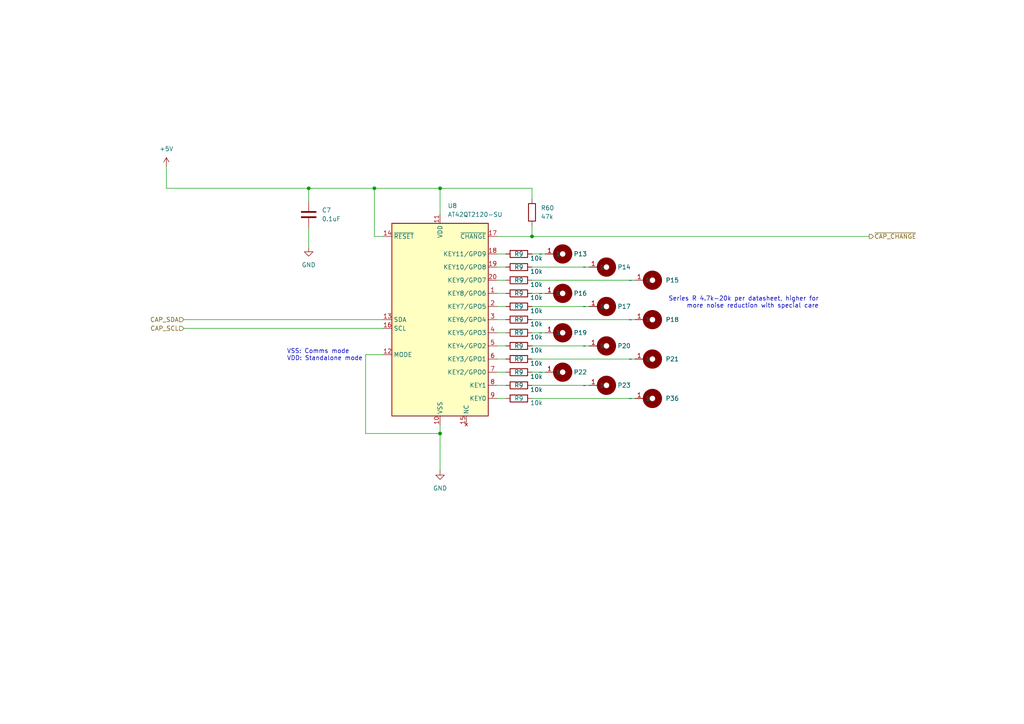
<source format=kicad_sch>
(kicad_sch (version 20230121) (generator eeschema)
  (paper "A4")
  (lib_symbols
    (symbol "Device:C" (pin_numbers hide) (pin_names (offset 0.254))
      (property "Reference" "C" (at 0.635 2.54 0))
      (property "Value" "C" (at 0.635 -2.54 0))
      (symbol "C_0_1"
        (polyline (pts (xy -2.032 -0.762) (xy 2.032 -0.762)) (stroke (width 0.508)))
        (polyline (pts (xy -2.032 0.762) (xy 2.032 0.762)) (stroke (width 0.508)))
      )
      (symbol "C_1_1"
        (pin passive line (at 0 3.81 270) (length 2.794) (name "~") (number "1"))
        (pin passive line (at 0 -3.81 90) (length 2.794) (name "~") (number "2"))
      )
    )
    (symbol "Device:R" (pin_numbers hide) (pin_names (offset 0))
      (property "Reference" "R" (at 2.032 0 90))
      (property "Value" "R" (at 0 0 90))
      (symbol "R_0_1"
        (rectangle (start -1.016 -2.54) (end 1.016 2.54) (stroke (width 0.254)))
      )
      (symbol "R_1_1"
        (pin passive line (at 0 3.81 270) (length 1.27) (name "~") (number "1"))
        (pin passive line (at 0 -3.81 90) (length 1.27) (name "~") (number "2"))
      )
    )
    (symbol "Sensor_Touch:AT42QT2120-SU"
      (property "Reference" "U" (at 10.16 38.1 0))
      (property "Value" "AT42QT2120-SU" (at 15.24 -16.51 0))
      (symbol "AT42QT2120-SU_1_1"
        (rectangle (start 13.97 40.64) (end 41.91 -15.24) (stroke (width 0.254)) (fill (type background)))
        (pin bidirectional line (at 44.45 20.32 180) (length 2.54) (name "KEY8/GPO6") (number "1"))
        (pin power_in line (at 27.94 -17.78 90) (length 2.54) (name "VSS") (number "10"))
        (pin power_in line (at 27.94 43.18 270) (length 2.54) (name "VDD") (number "11"))
        (pin input line (at 11.43 2.54 0) (length 2.54) (name "MODE") (number "12"))
        (pin bidirectional line (at 11.43 12.7 0) (length 2.54) (name "SDA") (number "13"))
        (pin input line (at 11.43 36.83 0) (length 2.54) (name "~{RESET}") (number "14"))
        (pin no_connect line (at 35.56 -17.78 90) (length 2.54) (name "NC") (number "15"))
        (pin bidirectional line (at 11.43 10.16 0) (length 2.54) (name "SCL") (number "16"))
        (pin output line (at 44.45 36.83 180) (length 2.54) (name "~{CHANGE}") (number "17"))
        (pin bidirectional line (at 44.45 31.75 180) (length 2.54) (name "KEY11/GPO9") (number "18"))
        (pin bidirectional line (at 44.45 27.94 180) (length 2.54) (name "KEY10/GPO8") (number "19"))
        (pin bidirectional line (at 44.45 16.51 180) (length 2.54) (name "KEY7/GPO5") (number "2"))
        (pin bidirectional line (at 44.45 24.13 180) (length 2.54) (name "KEY9/GPO7") (number "20"))
        (pin bidirectional line (at 44.45 12.7 180) (length 2.54) (name "KEY6/GPO4") (number "3"))
        (pin bidirectional line (at 44.45 8.89 180) (length 2.54) (name "KEY5/GPO3") (number "4"))
        (pin bidirectional line (at 44.45 5.08 180) (length 2.54) (name "KEY4/GPO2") (number "5"))
        (pin bidirectional line (at 44.45 1.27 180) (length 2.54) (name "KEY3/GPO1") (number "6"))
        (pin bidirectional line (at 44.45 -2.54 180) (length 2.54) (name "KEY2/GPO0") (number "7"))
        (pin bidirectional line (at 44.45 -6.35 180) (length 2.54) (name "KEY1") (number "8"))
        (pin bidirectional line (at 44.45 -10.16 180) (length 2.54) (name "KEY0") (number "9"))
      )
    )
    (symbol "Sensor_Touch:Single_LED_Touch_Key"
      (property "Reference" "P" (at 2.54 3.81 0))
      (symbol "Single_LED_Touch_Key_1_1"
        (circle (center 0 0) (radius 1.7961) (stroke (width 2)))
        (pin bidirectional line (at -5.08 0 0) (length 2.54) (name "1") (number "1"))
      )
    )
    (symbol "power:+5V" (power) (pin_names (offset 0))
      (property "Value" "+5V" (at 0 3.556 0))
      (symbol "+5V_0_1"
        (polyline (pts (xy -0.762 1.27) (xy 0 2.54)))
        (polyline (pts (xy 0 0) (xy 0 2.54)))
        (polyline (pts (xy 0 2.54) (xy 0.762 1.27)))
      )
      (symbol "+5V_1_1"
        (pin power_in line (at 0 0 90) (length 0) hide (name "+5V") (number "1"))
      )
    )
    (symbol "power:GND" (power) (pin_names (offset 0))
      (property "Value" "GND" (at 0 -3.81 0))
      (symbol "GND_0_1"
        (polyline (pts (xy 0 0) (xy 0 -1.27) (xy 1.27 -1.27) (xy 0 -2.54) (xy -1.27 -1.27) (xy 0 -1.27)))
      )
      (symbol "GND_1_1"
        (pin power_in line (at 0 0 270) (length 0) hide (name "GND") (number "1"))
      )
    )
  )
  (junction (at 127.635 54.61))
  (junction (at 127.635 125.73))
  (junction (at 89.535 54.61))
  (junction (at 154.305 68.58))
  (junction (at 108.585 54.61))
  (wire (pts (xy 127.635 62.23) (xy 127.635 54.61)))
  (wire (pts (xy 111.125 68.58) (xy 108.585 68.58)))
  (wire (pts (xy 154.305 107.95) (xy 158.115 107.95)))
  (wire (pts (xy 48.26 54.61) (xy 89.535 54.61)))
  (wire (pts (xy 154.305 73.66) (xy 158.115 73.66)))
  (wire (pts (xy 144.145 68.58) (xy 154.305 68.58)))
  (wire (pts (xy 154.305 115.57) (xy 184.15 115.57)))
  (wire (pts (xy 144.145 107.95) (xy 146.685 107.95)))
  (wire (pts (xy 154.305 88.9) (xy 170.815 88.9)))
  (wire (pts (xy 144.145 96.52) (xy 146.685 96.52)))
  (wire (pts (xy 154.305 65.405) (xy 154.305 68.58)))
  (wire (pts (xy 127.635 125.73) (xy 127.635 136.525)))
  (wire (pts (xy 106.045 102.87) (xy 106.045 125.73)))
  (wire (pts (xy 144.145 115.57) (xy 146.685 115.57)))
  (wire (pts (xy 154.305 81.28) (xy 184.15 81.28)))
  (wire (pts (xy 154.305 68.58) (xy 252.095 68.58)))
  (wire (pts (xy 144.145 73.66) (xy 146.685 73.66)))
  (wire (pts (xy 154.305 77.47) (xy 170.815 77.47)))
  (wire (pts (xy 144.145 104.14) (xy 146.685 104.14)))
  (wire (pts (xy 53.34 92.71) (xy 111.125 92.71)))
  (wire (pts (xy 127.635 123.19) (xy 127.635 125.73)))
  (wire (pts (xy 154.305 111.76) (xy 170.815 111.76)))
  (wire (pts (xy 108.585 54.61) (xy 127.635 54.61)))
  (wire (pts (xy 53.34 95.25) (xy 111.125 95.25)))
  (wire (pts (xy 144.145 92.71) (xy 146.685 92.71)))
  (wire (pts (xy 144.145 100.33) (xy 146.685 100.33)))
  (wire (pts (xy 144.145 111.76) (xy 146.685 111.76)))
  (wire (pts (xy 144.145 88.9) (xy 146.685 88.9)))
  (wire (pts (xy 144.145 77.47) (xy 146.685 77.47)))
  (wire (pts (xy 89.535 54.61) (xy 89.535 58.42)))
  (wire (pts (xy 154.305 85.09) (xy 158.115 85.09)))
  (wire (pts (xy 89.535 66.04) (xy 89.535 71.755)))
  (wire (pts (xy 154.305 54.61) (xy 154.305 57.785)))
  (wire (pts (xy 111.125 102.87) (xy 106.045 102.87)))
  (wire (pts (xy 144.145 85.09) (xy 146.685 85.09)))
  (wire (pts (xy 106.045 125.73) (xy 127.635 125.73)))
  (wire (pts (xy 154.305 96.52) (xy 158.115 96.52)))
  (wire (pts (xy 108.585 68.58) (xy 108.585 54.61)))
  (wire (pts (xy 154.305 100.33) (xy 170.815 100.33)))
  (wire (pts (xy 89.535 54.61) (xy 108.585 54.61)))
  (wire (pts (xy 154.305 104.14) (xy 184.15 104.14)))
  (wire (pts (xy 144.145 81.28) (xy 146.685 81.28)))
  (wire (pts (xy 127.635 54.61) (xy 154.305 54.61)))
  (wire (pts (xy 48.26 48.26) (xy 48.26 54.61)))
  (wire (pts (xy 154.305 92.71) (xy 184.15 92.71)))
  (text "Series R 4.7k-20k per datasheet, higher for\n more noise reduction with special care" (at 237.49 89.535 0) (effects (font (size 1.27 1.27)) (justify right bottom)))
  (text "VSS: Comms mode\nVDD: Standalone mode" (at 83.185 104.775 0) (effects (font (size 1.27 1.27)) (justify left bottom)))
  (hierarchical_label "CAP_SCL" (shape input) (at 53.34 95.25 180))
  (hierarchical_label "CAP_SDA" (shape input) (at 53.34 92.71 180))
  (hierarchical_label "~{CAP_CHANGE}" (shape output) (at 252.095 68.58 0))
  (symbol (lib_id "Sensor_Touch:Single_LED_Touch_Key") (at 189.23 92.71 0) (unit 1)
    (property "Reference" "P18" (at 193.04 92.71 0) (effects (justify left)))
    (property "Value" "~" (at 182.88 92.71 0))
    (property "Footprint" "Button_Switch_SMD:Cap_Touch_Ring_Small" (effects hide))
    (instances (project "button-board" (path "" (reference "P18") (unit 1)) (path "" (reference "P30") (unit 1)) (path "" (reference "P6") (unit 1)) (path "" (reference "P6") (unit 1)) (path "" (reference "P10") (unit 1))))
  )
  (symbol (lib_id "Device:R") (at 150.495 88.9 90) (unit 1)
    (property "Reference" "R9" (at 150.495 88.9 90))
    (property "Value" "10k" (at 155.575 90.17 90))
    (property "Footprint" "Resistor_SMD:R_0603_1608Metric" (effects hide))
    (instances (project "button-board" (path "" (reference "R9") (unit 1)) (path "" (reference "R9") (unit 1)) (path "" (reference "R44") (unit 1)) (path "" (reference "R64") (unit 1)) (path "" (reference "R100") (unit 1)) (path "" (reference "R110") (unit 1))))
  )
  (symbol (lib_id "Sensor_Touch:Single_LED_Touch_Key") (at 163.195 85.09 0) (unit 1)
    (property "Reference" "P16" (at 166.37 85.09 0) (effects (justify left)))
    (property "Value" "~" (at 156.845 85.09 0))
    (property "Footprint" "Button_Switch_SMD:Cap_Touch_Ring_Small" (effects hide))
    (instances (project "button-board" (path "" (reference "P16") (unit 1)) (path "" (reference "P28") (unit 1)) (path "" (reference "P4") (unit 1)) (path "" (reference "P4") (unit 1)) (path "" (reference "P2") (unit 1))))
  )
  (symbol (lib_id "Device:R") (at 150.495 92.71 90) (unit 1)
    (property "Reference" "R9" (at 150.495 92.71 90))
    (property "Value" "10k" (at 155.575 93.98 90))
    (property "Footprint" "Resistor_SMD:R_0603_1608Metric" (effects hide))
    (instances (project "button-board" (path "" (reference "R9") (unit 1)) (path "" (reference "R10") (unit 1)) (path "" (reference "R45") (unit 1)) (path "" (reference "R65") (unit 1)) (path "" (reference "R101") (unit 1)) (path "" (reference "R111") (unit 1))))
  )
  (symbol (lib_id "Device:R") (at 150.495 85.09 90) (unit 1)
    (property "Reference" "R9" (at 150.495 85.09 90))
    (property "Value" "10k" (at 155.575 86.36 90))
    (property "Footprint" "Resistor_SMD:R_0603_1608Metric" (effects hide))
    (instances (project "button-board" (path "" (reference "R9") (unit 1)) (path "" (reference "R8") (unit 1)) (path "" (reference "R43") (unit 1)) (path "" (reference "R50") (unit 1)) (path "" (reference "R99") (unit 1)) (path "" (reference "R109") (unit 1))))
  )
  (symbol (lib_id "Sensor_Touch:Single_LED_Touch_Key") (at 189.23 115.57 0) (unit 1)
    (property "Reference" "P36" (at 193.04 115.57 0) (effects (justify left)))
    (property "Value" "~" (at 182.88 115.57 0))
    (property "Footprint" "Button_Switch_SMD:Cap_Touch_Ring_Medium" (effects hide))
    (instances (project "button-board" (path "" (reference "P36") (unit 1)) (path "" (reference "P24") (unit 1)) (path "" (reference "P12") (unit 1)) (path "" (reference "P12") (unit 1)) (path "" (reference "P12") (unit 1))))
  )
  (symbol (lib_id "Device:R") (at 150.495 107.95 90) (unit 1)
    (property "Reference" "R9" (at 150.495 107.95 90))
    (property "Value" "10k" (at 155.575 109.22 90))
    (property "Footprint" "Resistor_SMD:R_0603_1608Metric" (effects hide))
    (instances (project "button-board" (path "" (reference "R9") (unit 1)) (path "" (reference "R15") (unit 1)) (path "" (reference "R52") (unit 1)) (path "" (reference "R109") (unit 1)) (path "" (reference "R105") (unit 1)) (path "" (reference "R115") (unit 1))))
  )
  (symbol (lib_id "Device:C") (at 89.535 62.23 0) (unit 1)
    (property "Reference" "C7" (at 93.345 60.96 0) (effects (justify left)))
    (property "Value" "0.1uF" (at 93.345 63.5 0) (effects (justify left)))
    (property "Footprint" "Capacitor_SMD:C_0603_1608Metric" (effects hide))
    (instances (project "button-board" (path "" (reference "C7") (unit 1)) (path "" (reference "C11") (unit 1)) (path "" (reference "C15") (unit 1)) (path "" (reference "C17") (unit 1))))
  )
  (symbol (lib_id "Device:R") (at 150.495 104.14 90) (unit 1)
    (property "Reference" "R9" (at 150.495 104.14 90))
    (property "Value" "10k" (at 155.575 105.41 90))
    (property "Footprint" "Resistor_SMD:R_0603_1608Metric" (effects hide))
    (instances (project "button-board" (path "" (reference "R9") (unit 1)) (path "" (reference "R14") (unit 1)) (path "" (reference "R51") (unit 1)) (path "" (reference "R108") (unit 1)) (path "" (reference "R104") (unit 1)) (path "" (reference "R114") (unit 1))))
  )
  (symbol (lib_id "Sensor_Touch:Single_LED_Touch_Key") (at 175.895 88.9 0) (unit 1)
    (property "Reference" "P17" (at 179.07 88.9 0) (effects (justify left)))
    (property "Value" "~" (at 169.545 88.9 0))
    (property "Footprint" "Button_Switch_SMD:Cap_Touch_Ring_Small" (effects hide))
    (instances (project "button-board" (path "" (reference "P17") (unit 1)) (path "" (reference "P29") (unit 1)) (path "" (reference "P5") (unit 1)) (path "" (reference "P5") (unit 1)) (path "" (reference "P6") (unit 1))))
  )
  (symbol (lib_id "Sensor_Touch:Single_LED_Touch_Key") (at 189.23 81.28 0) (unit 1)
    (property "Reference" "P15" (at 193.04 81.28 0) (effects (justify left)))
    (property "Value" "~" (at 182.88 81.28 0))
    (property "Footprint" "Button_Switch_SMD:Cap_Touch_Ring_Small" (effects hide))
    (instances (project "button-board" (path "" (reference "P15") (unit 1)) (path "" (reference "P27") (unit 1)) (path "" (reference "P3") (unit 1)) (path "" (reference "P3") (unit 1)) (path "" (reference "P9") (unit 1))))
  )
  (symbol (lib_id "Device:R") (at 150.495 73.66 90) (unit 1)
    (property "Reference" "R9" (at 150.495 73.66 90))
    (property "Value" "10k" (at 155.575 74.93 90))
    (property "Footprint" "Resistor_SMD:R_0603_1608Metric" (effects hide))
    (instances (project "button-board" (path "" (reference "R9") (unit 1)) (path "" (reference "R5") (unit 1)) (path "" (reference "R32") (unit 1)) (path "" (reference "R1") (unit 1)) (path "" (reference "R96") (unit 1)) (path "" (reference "R106") (unit 1))))
  )
  (symbol (lib_id "Sensor_Touch:Single_LED_Touch_Key") (at 175.895 111.76 0) (unit 1)
    (property "Reference" "P23" (at 179.07 111.76 0) (effects (justify left)))
    (property "Value" "~" (at 169.545 111.76 0))
    (property "Footprint" "Button_Switch_SMD:Cap_Touch_Ring_Medium" (effects hide))
    (instances (project "button-board" (path "" (reference "P23") (unit 1)) (path "" (reference "P35") (unit 1)) (path "" (reference "P11") (unit 1)) (path "" (reference "P11") (unit 1)) (path "" (reference "P8") (unit 1))))
  )
  (symbol (lib_id "Sensor_Touch:Single_LED_Touch_Key") (at 175.895 100.33 0) (unit 1)
    (property "Reference" "P20" (at 179.07 100.33 0) (effects (justify left)))
    (property "Value" "~" (at 169.545 100.33 0))
    (property "Footprint" "Button_Switch_SMD:Cap_Touch_Ring_Medium" (effects hide))
    (instances (project "button-board" (path "" (reference "P20") (unit 1)) (path "" (reference "P32") (unit 1)) (path "" (reference "P8") (unit 1)) (path "" (reference "P8") (unit 1)) (path "" (reference "P7") (unit 1))))
  )
  (symbol (lib_id "Device:R") (at 150.495 111.76 90) (unit 1)
    (property "Reference" "R9" (at 150.495 111.76 90))
    (property "Value" "10k" (at 155.575 113.03 90))
    (property "Footprint" "Resistor_SMD:R_0603_1608Metric" (effects hide))
    (instances (project "button-board" (path "" (reference "R9") (unit 1)) (path "" (reference "R16") (unit 1)) (path "" (reference "R54") (unit 1)) (path "" (reference "R131") (unit 1)) (path "" (reference "R106") (unit 1)) (path "" (reference "R116") (unit 1))))
  )
  (symbol (lib_id "power:GND") (at 127.635 136.525 0) (unit 1)
    (property "Reference" "#PWR07" (effects hide))
    (property "Value" "GND" (at 127.635 141.605 0))
    (instances (project "button-board" (path "" (reference "#PWR07") (unit 1)) (path "" (reference "#PWR011") (unit 1)) (path "" (reference "#PWR04") (unit 1)) (path "" (reference "#PWR030") (unit 1)) (path "" (reference "#PWR018") (unit 1))))
  )
  (symbol (lib_id "Device:R") (at 154.305 61.595 0) (unit 1)
    (property "Reference" "R60" (at 156.845 60.325 0) (effects (justify left)))
    (property "Value" "47k" (at 156.845 62.865 0) (effects (justify left)))
    (property "Footprint" "Resistor_SMD:R_0603_1608Metric" (effects hide))
    (instances (project "button-board" (path "" (reference "R60") (unit 1)) (path "" (reference "R108") (unit 1)) (path "" (reference "R118") (unit 1))))
  )
  (symbol (lib_id "power:GND") (at 89.535 71.755 0) (unit 1)
    (property "Reference" "#PWR07" (effects hide))
    (property "Value" "GND" (at 89.535 76.835 0))
    (instances (project "button-board" (path "" (reference "#PWR07") (unit 1)) (path "" (reference "#PWR011") (unit 1)) (path "" (reference "#PWR04") (unit 1)) (path "" (reference "#PWR041") (unit 1)) (path "" (reference "#PWR018") (unit 1))))
  )
  (symbol (lib_id "Sensor_Touch:Single_LED_Touch_Key") (at 189.23 104.14 0) (unit 1)
    (property "Reference" "P21" (at 193.04 104.14 0) (effects (justify left)))
    (property "Value" "~" (at 182.88 104.14 0))
    (property "Footprint" "Button_Switch_SMD:Cap_Touch_Ring_Medium" (effects hide))
    (instances (project "button-board" (path "" (reference "P21") (unit 1)) (path "" (reference "P33") (unit 1)) (path "" (reference "P9") (unit 1)) (path "" (reference "P9") (unit 1)) (path "" (reference "P11") (unit 1))))
  )
  (symbol (lib_id "Device:R") (at 150.495 81.28 90) (unit 1)
    (property "Reference" "R9" (at 150.495 81.28 90))
    (property "Value" "10k" (at 155.575 82.55 90))
    (property "Footprint" "Resistor_SMD:R_0603_1608Metric" (effects hide))
    (instances (project "button-board" (path "" (reference "R9") (unit 1)) (path "" (reference "R7") (unit 1)) (path "" (reference "R42") (unit 1)) (path "" (reference "R49") (unit 1)) (path "" (reference "R98") (unit 1)) (path "" (reference "R108") (unit 1))))
  )
  (symbol (lib_id "Sensor_Touch:Single_LED_Touch_Key") (at 163.195 73.66 0) (unit 1)
    (property "Reference" "P13" (at 166.37 73.66 0) (effects (justify left)))
    (property "Value" "~" (at 156.845 73.66 0))
    (property "Footprint" "Button_Switch_SMD:Cap_Touch_Ring_Small" (effects hide))
    (instances (project "button-board" (path "" (reference "P13") (unit 1)) (path "" (reference "P25") (unit 1)) (path "" (reference "P1") (unit 1)) (path "" (reference "P1") (unit 1)) (path "" (reference "P1") (unit 1))))
  )
  (symbol (lib_id "Device:R") (at 150.495 100.33 90) (unit 1)
    (property "Reference" "R9" (at 150.495 100.33 90))
    (property "Value" "10k" (at 155.575 101.6 90))
    (property "Footprint" "Resistor_SMD:R_0603_1608Metric" (effects hide))
    (instances (project "button-board" (path "" (reference "R9") (unit 1)) (path "" (reference "R12") (unit 1)) (path "" (reference "R48") (unit 1)) (path "" (reference "R107") (unit 1)) (path "" (reference "R103") (unit 1)) (path "" (reference "R113") (unit 1))))
  )
  (symbol (lib_id "Sensor_Touch:Single_LED_Touch_Key") (at 163.195 107.95 0) (unit 1)
    (property "Reference" "P22" (at 166.37 107.95 0) (effects (justify left)))
    (property "Value" "~" (at 156.845 107.95 0))
    (property "Footprint" "Button_Switch_SMD:Cap_Touch_Ring_Medium" (effects hide))
    (instances (project "button-board" (path "" (reference "P22") (unit 1)) (path "" (reference "P34") (unit 1)) (path "" (reference "P10") (unit 1)) (path "" (reference "P10") (unit 1)) (path "" (reference "P4") (unit 1))))
  )
  (symbol (lib_id "Device:R") (at 150.495 96.52 90) (unit 1)
    (property "Reference" "R9" (at 150.495 96.52 90))
    (property "Value" "10k" (at 155.575 97.79 90))
    (property "Footprint" "Resistor_SMD:R_0603_1608Metric" (effects hide))
    (instances (project "button-board" (path "" (reference "R9") (unit 1)) (path "" (reference "R11") (unit 1)) (path "" (reference "R46") (unit 1)) (path "" (reference "R73") (unit 1)) (path "" (reference "R102") (unit 1)) (path "" (reference "R112") (unit 1))))
  )
  (symbol (lib_id "Sensor_Touch:Single_LED_Touch_Key") (at 163.195 96.52 0) (unit 1)
    (property "Reference" "P19" (at 166.37 96.52 0) (effects (justify left)))
    (property "Value" "~" (at 156.845 96.52 0))
    (property "Footprint" "Button_Switch_SMD:Cap_Touch_Ring_Medium" (effects hide))
    (instances (project "button-board" (path "" (reference "P19") (unit 1)) (path "" (reference "P31") (unit 1)) (path "" (reference "P7") (unit 1)) (path "" (reference "P7") (unit 1)) (path "" (reference "P3") (unit 1))))
  )
  (symbol (lib_id "Device:R") (at 150.495 77.47 90) (unit 1)
    (property "Reference" "R9" (at 150.495 77.47 90))
    (property "Value" "10k" (at 155.575 78.74 90))
    (property "Footprint" "Resistor_SMD:R_0603_1608Metric" (effects hide))
    (instances (project "button-board" (path "" (reference "R9") (unit 1)) (path "" (reference "R6") (unit 1)) (path "" (reference "R33") (unit 1)) (path "" (reference "R2") (unit 1)) (path "" (reference "R97") (unit 1)) (path "" (reference "R107") (unit 1))))
  )
  (symbol (lib_id "Device:R") (at 150.495 115.57 90) (unit 1)
    (property "Reference" "R9" (at 150.495 115.57 90))
    (property "Value" "10k" (at 155.575 116.84 90))
    (property "Footprint" "Resistor_SMD:R_0603_1608Metric" (effects hide))
    (instances (project "button-board" (path "" (reference "R9") (unit 1)) (path "" (reference "R17") (unit 1)) (path "" (reference "R55") (unit 1)) (path "" (reference "R132") (unit 1)) (path "" (reference "R107") (unit 1)) (path "" (reference "R117") (unit 1))))
  )
  (symbol (lib_id "Sensor_Touch:Single_LED_Touch_Key") (at 175.895 77.47 0) (unit 1)
    (property "Reference" "P14" (at 179.07 77.47 0) (effects (justify left)))
    (property "Value" "~" (at 169.545 77.47 0))
    (property "Footprint" "Button_Switch_SMD:Cap_Touch_Ring_Small" (effects hide))
    (instances (project "button-board" (path "" (reference "P14") (unit 1)) (path "" (reference "P26") (unit 1)) (path "" (reference "P2") (unit 1)) (path "" (reference "P2") (unit 1)) (path "" (reference "P5") (unit 1))))
  )
  (symbol (lib_id "power:+5V") (at 48.26 48.26 0) (unit 1)
    (property "Reference" "#PWR03" (effects hide))
    (property "Value" "+5V" (at 48.26 43.18 0))
    (instances (project "button-board" (path "" (reference "#PWR03") (unit 1)) (path "" (reference "#PWR06") (unit 1)) (path "" (reference "#PWR010") (unit 1)) (path "" (reference "#PWR03") (unit 1)) (path "" (reference "#PWR029") (unit 1)) (path "" (reference "#PWR017") (unit 1))))
  )
  (symbol (lib_id "Sensor_Touch:AT42QT2120-SU") (at 99.695 105.41 0) (unit 1)
    (property "Reference" "U8" (at 129.8291 59.69 0) (effects (justify left)))
    (property "Value" "AT42QT2120-SU" (at 129.8291 62.23 0) (effects (justify left)))
    (property "Footprint" "Package_SO:TSSOP-20_4.4x6.5mm_P0.65mm" (effects hide))
    (instances (project "button-board" (path "" (reference "U8") (unit 1)) (path "" (reference "U3") (unit 1)) (path "" (reference "U5") (unit 1)) (path "" (reference "U2") (unit 1)) (path "" (reference "U10") (unit 1)) (path "" (reference "U9") (unit 1))))
  )
)
</source>
